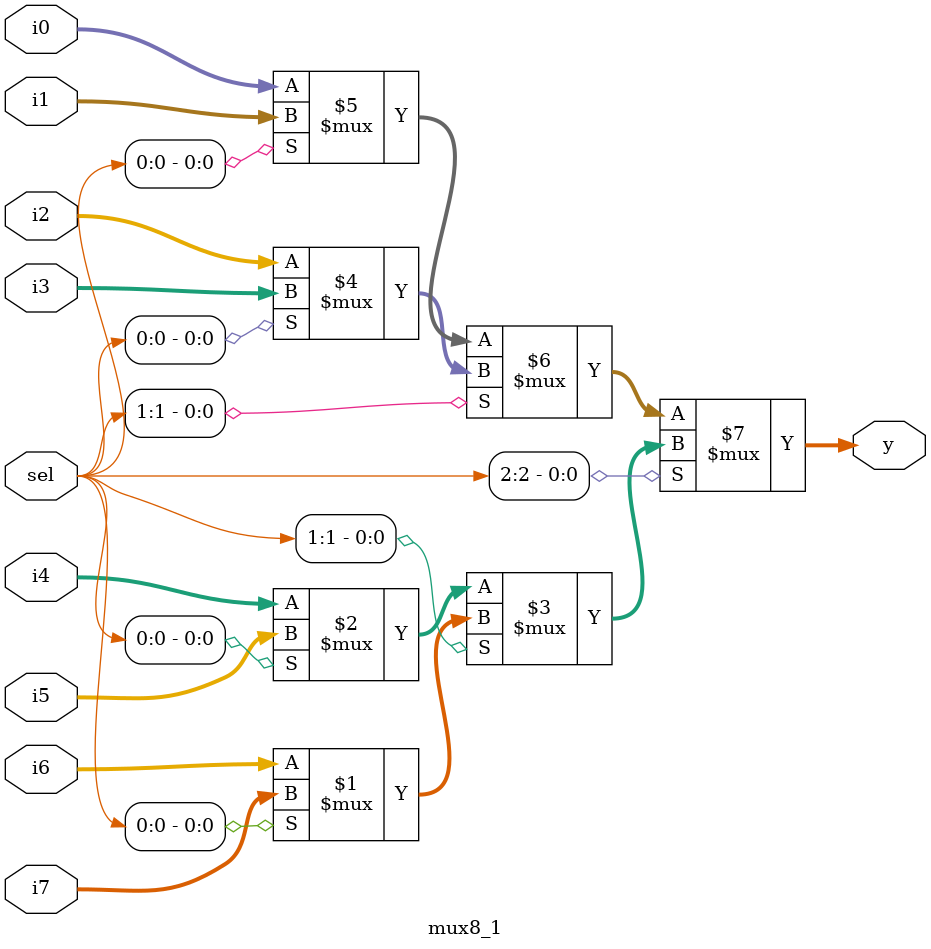
<source format=v>
module mux8_1(input [3:0]i0,
              input [3:0]i1,
              input [3:0]i2,
              input [3:0]i3,
              input [3:0]i4,
              input [3:0]i5,
              input [3:0]i6,
              input [3:0]i7,
              input [2:0]sel,
              output [3:0]y);
  
  assign y = sel[2] ? (sel[1] ? (sel[0] ? i7 : i6) : (sel[0] ? i5 : i4)) : (sel[1] ? (sel[0] ? i3 : i2) : (sel[0] ? i1 : i0));
endmodule 

</source>
